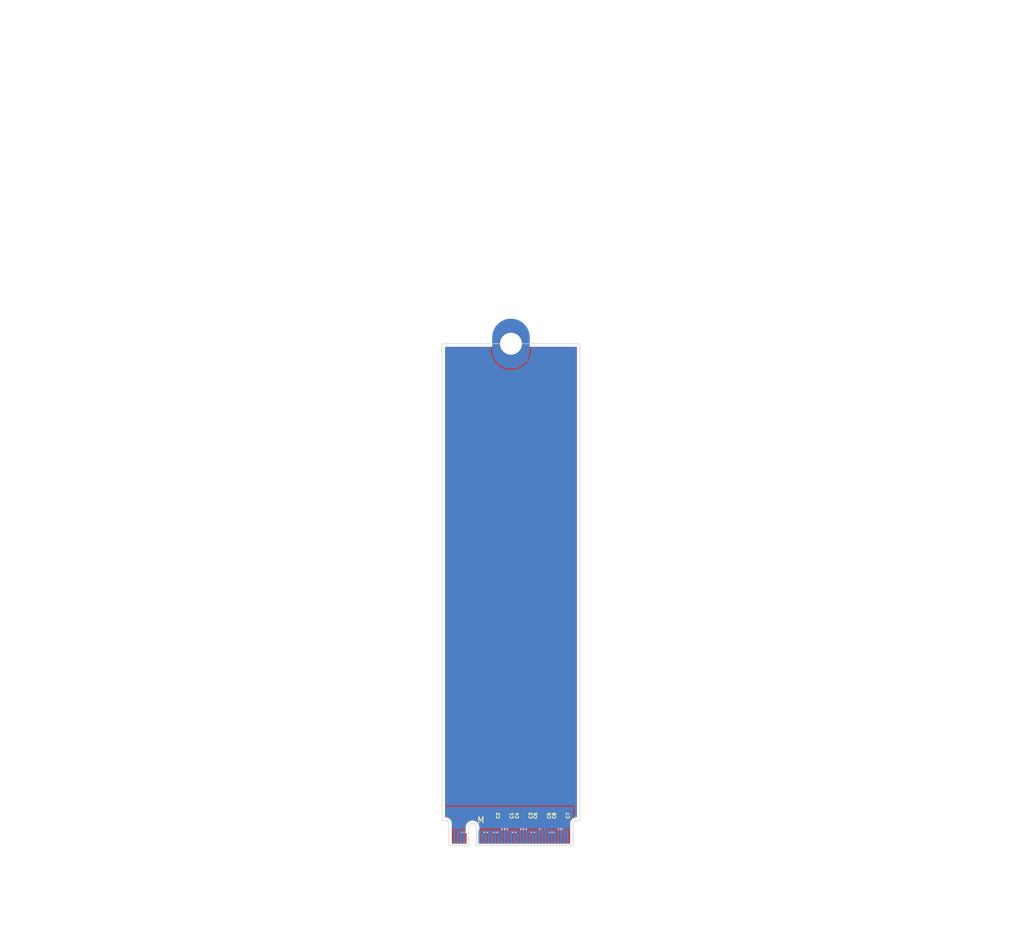
<source format=kicad_pcb>
(kicad_pcb (version 20241229) (generator "pcbnew") (generator_version "9.0")
  (layers (0 "F.Cu" signal) (2 "B.Cu" signal) (13 "F.Paste" user) (15 "B.Paste" user) (5 "F.SilkS" user "F.Silkscreen") (7 "B.SilkS" user "B.Silkscreen") (1 "F.Mask" user) (3 "B.Mask" user) (25 "Edge.Cuts" user))
  (net 0 "")
  (net 1 "/M.2 M Key/PET2P")
  (net 2 "/PET2+")
  (net 3 "/M.2 M Key/PET3P")
  (net 4 "/PET3+")
  (net 5 "/M.2 M Key/PET0N")
  (net 6 "/PET0-")
  (net 7 "/M.2 M Key/PET1N")
  (net 8 "/PET1-")
  (net 9 "/M.2 M Key/PET1P")
  (net 10 "/PET1+")
  (net 11 "/M.2 M Key/PET2N")
  (net 12 "/PET2-")
  (net 13 "/M.2 M Key/PET0P")
  (net 14 "/PET0+")
  (net 15 "/M.2 M Key/PET3N")
  (net 16 "/PET3-")
  (net 17 "GND")
  (net 18 "+3.3V")
  (net 21 "/LED1#")
  (net 22 "/PER3-")
  (net 23 "/PER3+")
  (net 26 "/PER2-")
  (net 28 "/PER2+")
  (net 34 "/PER1-")
  (net 36 "/PER1+")
  (net 37 "/DEVSLP")
  (net 42 "/PER0-")
  (net 44 "/PER0+")
  (net 45 "/PERST#")
  (net 46 "/CLKREQ#")
  (net 47 "/REFCLK-")
  (net 48 "/PEWAKE#")
  (net 49 "/REFCLK+")
  (net 53 "/SUSCLK")
  (net 54 "/PEDET")
  (footprint "PCIexpress:M.2 M Key Connector" (layer "F.Cu") (at 109.81 157.965)
    (property "Reference" "J1")
    (property "Value" "~")
    (fp_line (start -11 -2.89) (end -10.425 -2.89) (stroke (width 0.1)) (layer "Edge.Cuts"))
    (fp_line (start -9.925 -2.39) (end -9.925 1.11) (stroke (width 0.1)) (layer "Edge.Cuts"))
    (fp_line (start -6.725 -1.79) (end -6.725 1.11) (stroke (width 0.1)) (layer "Edge.Cuts"))
    (fp_line (start -6.725 1.11) (end -9.925 1.11) (stroke (width 0.1)) (layer "Edge.Cuts"))
    (fp_line (start -5.525 -1.79) (end -5.525 1.11) (stroke (width 0.1)) (layer "Edge.Cuts"))
    (fp_line (start -5.525 1.11) (end 9.925 1.11) (stroke (width 0.1)) (layer "Edge.Cuts"))
    (fp_line (start 9.925 -2.39) (end 9.925 1.11) (stroke (width 0.1)) (layer "Edge.Cuts"))
    (fp_line (start 10.425 -2.89) (end 11 -2.89) (stroke (width 0.1)) (layer "Edge.Cuts"))
    (fp_arc (start -10.425 -2.89) (mid -10.071447 -2.743553) (end -9.925 -2.39) (stroke (width 0.1)) (layer "Edge.Cuts"))
    (fp_arc (start -6.725 -1.79) (mid -6.125 -2.39) (end -5.525 -1.79) (stroke (width 0.1)) (layer "Edge.Cuts"))
    (fp_arc (start 9.925 -2.39) (mid 10.071447 -2.743553) (end 10.425 -2.89) (stroke (width 0.1)) (layer "Edge.Cuts"))
    (fp_text user "M" (at -5.475 -2.375 0) (layer "F.SilkS") (effects (justify left bottom)))
    (pad "1" smd rect (at 9.25 -0.04 180) (size 0.35 1.7) (layers "F.Cu") (net 17 "GND"))
    (pad "2" smd rect (at 9 -0.29 180) (size 0.35 2.2) (layers "B.Cu") (net 18 "+3.3V"))
    (pad "3" smd rect (at 8.75 -0.04 180) (size 0.35 1.7) (layers "F.Cu") (net 17 "GND"))
    (pad "4" smd rect (at 8.5 -0.29 180) (size 0.35 2.2) (layers "B.Cu") (net 18 "+3.3V"))
    (pad "5" smd rect (at 8.25 -0.04 180) (size 0.35 1.7) (layers "F.Cu") (net 15 "/M.2 M Key/PET3N"))
    (pad "6" smd rect (at 8 -0.29 180) (size 0.35 2.2) (layers "B.Cu"))
    (pad "7" smd rect (at 7.75 -0.04 180) (size 0.35 1.7) (layers "F.Cu") (net 3 "/M.2 M Key/PET3P"))
    (pad "8" smd rect (at 7.5 -0.29 180) (size 0.35 2.2) (layers "B.Cu"))
    (pad "9" smd rect (at 7.25 -0.04 180) (size 0.35 1.7) (layers "F.Cu") (net 17 "GND"))
    (pad "10" smd rect (at 7 -0.29 180) (size 0.35 2.2) (layers "B.Cu") (net 21 "/LED1#"))
    (pad "11" smd rect (at 6.75 -0.04 180) (size 0.35 1.7) (layers "F.Cu") (net 22 "/PER3-"))
    (pad "12" smd rect (at 6.5 -0.29 180) (size 0.35 2.2) (layers "B.Cu") (net 18 "+3.3V"))
    (pad "13" smd rect (at 6.25 -0.04 180) (size 0.35 1.7) (layers "F.Cu") (net 23 "/PER3+"))
    (pad "14" smd rect (at 6 -0.29 180) (size 0.35 2.2) (layers "B.Cu") (net 18 "+3.3V"))
    (pad "15" smd rect (at 5.75 -0.04 180) (size 0.35 1.7) (layers "F.Cu") (net 17 "GND"))
    (pad "16" smd rect (at 5.5 -0.29 180) (size 0.35 2.2) (layers "B.Cu") (net 18 "+3.3V"))
    (pad "17" smd rect (at 5.25 -0.04 180) (size 0.35 1.7) (layers "F.Cu") (net 11 "/M.2 M Key/PET2N"))
    (pad "18" smd rect (at 5 -0.29 180) (size 0.35 2.2) (layers "B.Cu") (net 18 "+3.3V"))
    (pad "19" smd rect (at 4.75 -0.04 180) (size 0.35 1.7) (layers "F.Cu") (net 1 "/M.2 M Key/PET2P"))
    (pad "20" smd rect (at 4.5 -0.29 180) (size 0.35 2.2) (layers "B.Cu"))
    (pad "21" smd rect (at 4.25 -0.04 180) (size 0.35 1.7) (layers "F.Cu") (net 17 "GND"))
    (pad "22" smd rect (at 4 -0.29 180) (size 0.35 2.2) (layers "B.Cu"))
    (pad "23" smd rect (at 3.75 -0.04 180) (size 0.35 1.7) (layers "F.Cu") (net 26 "/PER2-"))
    (pad "24" smd rect (at 3.5 -0.29 180) (size 0.35 2.2) (layers "B.Cu"))
    (pad "25" smd rect (at 3.25 -0.04 180) (size 0.35 1.7) (layers "F.Cu") (net 28 "/PER2+"))
    (pad "26" smd rect (at 3 -0.29 180) (size 0.35 2.2) (layers "B.Cu"))
    (pad "27" smd rect (at 2.75 -0.04 180) (size 0.35 1.7) (layers "F.Cu") (net 17 "GND"))
    (pad "28" smd rect (at 2.5 -0.29 180) (size 0.35 2.2) (layers "B.Cu"))
    (pad "29" smd rect (at 2.25 -0.04 180) (size 0.35 1.7) (layers "F.Cu") (net 7 "/M.2 M Key/PET1N"))
    (pad "30" smd rect (at 2 -0.29 180) (size 0.35 2.2) (layers "B.Cu"))
    (pad "31" smd rect (at 1.75 -0.04 180) (size 0.35 1.7) (layers "F.Cu") (net 9 "/M.2 M Key/PET1P"))
    (pad "32" smd rect (at 1.5 -0.29 180) (size 0.35 2.2) (layers "B.Cu"))
    (pad "33" smd rect (at 1.25 -0.04 180) (size 0.35 1.7) (layers "F.Cu") (net 17 "GND"))
    (pad "34" smd rect (at 1 -0.29 180) (size 0.35 2.2) (layers "B.Cu"))
    (pad "35" smd rect (at 0.75 -0.04 180) (size 0.35 1.7) (layers "F.Cu") (net 34 "/PER1-"))
    (pad "36" smd rect (at 0.5 -0.29 180) (size 0.35 2.2) (layers "B.Cu"))
    (pad "37" smd rect (at 0.25 -0.04 180) (size 0.35 1.7) (layers "F.Cu") (net 36 "/PER1+"))
    (pad "38" smd rect (at 0 -0.29 180) (size 0.35 2.2) (layers "B.Cu") (net 37 "/DEVSLP"))
    (pad "39" smd rect (at -0.25 -0.04 180) (size 0.35 1.7) (layers "F.Cu") (net 17 "GND"))
    (pad "40" smd rect (at -0.5 -0.29 180) (size 0.35 2.2) (layers "B.Cu"))
    (pad "41" smd rect (at -0.75 -0.04 180) (size 0.35 1.7) (layers "F.Cu") (net 5 "/M.2 M Key/PET0N"))
    (pad "42" smd rect (at -1 -0.29 180) (size 0.35 2.2) (layers "B.Cu"))
    (pad "43" smd rect (at -1.25 -0.04 180) (size 0.35 1.7) (layers "F.Cu") (net 13 "/M.2 M Key/PET0P"))
    (pad "44" smd rect (at -1.5 -0.29 180) (size 0.35 2.2) (layers "B.Cu"))
    (pad "45" smd rect (at -1.75 -0.04 180) (size 0.35 1.7) (layers "F.Cu") (net 17 "GND"))
    (pad "46" smd rect (at -2 -0.29 180) (size 0.35 2.2) (layers "B.Cu"))
    (pad "47" smd rect (at -2.25 -0.04 180) (size 0.35 1.7) (layers "F.Cu") (net 42 "/PER0-"))
    (pad "48" smd rect (at -2.5 -0.29 180) (size 0.35 2.2) (layers "B.Cu"))
    (pad "49" smd rect (at -2.75 -0.04 180) (size 0.35 1.7) (layers "F.Cu") (net 44 "/PER0+"))
    (pad "50" smd rect (at -3 -0.29 180) (size 0.35 2.2) (layers "B.Cu") (net 45 "/PERST#"))
    (pad "51" smd rect (at -3.25 -0.04 180) (size 0.35 1.7) (layers "F.Cu") (net 17 "GND"))
    (pad "52" smd rect (at -3.5 -0.29 180) (size 0.35 2.2) (layers "B.Cu") (net 46 "/CLKREQ#"))
    (pad "53" smd rect (at -3.75 -0.04 180) (size 0.35 1.7) (layers "F.Cu") (net 47 "/REFCLK-"))
    (pad "54" smd rect (at -4 -0.29 180) (size 0.35 2.2) (layers "B.Cu") (net 48 "/PEWAKE#"))
    (pad "55" smd rect (at -4.25 -0.04 180) (size 0.35 1.7) (layers "F.Cu") (net 49 "/REFCLK+"))
    (pad "56" smd rect (at -4.5 -0.29 180) (size 0.35 2.2) (layers "B.Cu"))
    (pad "57" smd rect (at -4.75 -0.04 180) (size 0.35 1.7) (layers "F.Cu") (net 17 "GND"))
    (pad "58" smd rect (at -5 -0.29 180) (size 0.35 2.2) (layers "B.Cu"))
    (pad "67" smd rect (at -7.25 -0.04 180) (size 0.35 1.7) (layers "F.Cu"))
    (pad "68" smd rect (at -7.5 -0.29 180) (size 0.35 2.2) (layers "B.Cu") (net 53 "/SUSCLK"))
    (pad "69" smd rect (at -7.75 -0.04 180) (size 0.35 1.7) (layers "F.Cu") (net 54 "/PEDET"))
    (pad "70" smd rect (at -8 -0.29 180) (size 0.35 2.2) (layers "B.Cu") (net 18 "+3.3V"))
    (pad "71" smd rect (at -8.25 -0.04 180) (size 0.35 1.7) (layers "F.Cu") (net 17 "GND"))
    (pad "72" smd rect (at -8.5 -0.29 180) (size 0.35 2.2) (layers "B.Cu") (net 18 "+3.3V"))
    (pad "73" smd rect (at -8.75 -0.04 180) (size 0.35 1.7) (layers "F.Cu") (net 17 "GND"))
    (pad "74" smd rect (at -9 -0.29 180) (size 0.35 2.2) (layers "B.Cu") (net 18 "+3.3V"))
    (pad "75" smd rect (at -9.25 -0.04 180) (size 0.35 1.7) (layers "F.Cu") (net 17 "GND"))
  )
  (footprint "Capacitor_SMD:C_0201_0603Metric" (layer "F.Cu") (at 114.46 154.315 90)
    (property "Reference" "C6" (at 0 -0.755 90) (layer "F.SilkS") (effects (font (size 0.5 0.5))))
    (property "Value" "220nF")
    (pad "1" smd roundrect (at -0.32 0 90) (size 0.46 0.4) (layers "F.Cu" "F.Mask") (net 1 "/M.2 M Key/PET2P"))
    (pad "2" smd roundrect (at 0.32 0 90) (size 0.46 0.4) (layers "F.Cu" "F.Mask") (net 2 "/PET2+"))
  )
  (footprint "Capacitor_SMD:C_0201_0603Metric" (layer "F.Cu") (at 115.16 154.315 90)
    (property "Reference" "C5" (at 0 0.74 90) (layer "F.SilkS") (effects (font (size 0.5 0.5))))
    (property "Value" "220nF")
    (pad "1" smd roundrect (at -0.32 0 90) (size 0.46 0.4) (layers "F.Cu" "F.Mask") (net 11 "/M.2 M Key/PET2N"))
    (pad "2" smd roundrect (at 0.32 0 90) (size 0.46 0.4) (layers "F.Cu" "F.Mask") (net 12 "/PET2-"))
  )
  (footprint "Capacitor_SMD:C_0201_0603Metric" (layer "F.Cu") (at 112.16 154.315 90)
    (property "Reference" "C3" (at 0 0.795 90) (layer "F.SilkS") (effects (font (size 0.5 0.5))))
    (property "Value" "220nF")
    (pad "1" smd roundrect (at -0.32 0 90) (size 0.46 0.4) (layers "F.Cu" "F.Mask") (net 7 "/M.2 M Key/PET1N"))
    (pad "2" smd roundrect (at 0.32 0 90) (size 0.46 0.4) (layers "F.Cu" "F.Mask") (net 8 "/PET1-"))
  )
  (footprint "Capacitor_SMD:C_0201_0603Metric" (layer "F.Cu") (at 111.46 154.315 90)
    (property "Reference" "C4" (at 0 -0.675 90) (layer "F.SilkS") (effects (font (size 0.5 0.5))))
    (property "Value" "220nF")
    (pad "1" smd roundrect (at -0.32 0 90) (size 0.46 0.4) (layers "F.Cu" "F.Mask") (net 9 "/M.2 M Key/PET1P"))
    (pad "2" smd roundrect (at 0.32 0 90) (size 0.46 0.4) (layers "F.Cu" "F.Mask") (net 10 "/PET1+"))
  )
  (footprint "Capacitor_SMD:C_0201_0603Metric" (layer "F.Cu") (at 117.46 154.315 90)
    (property "Reference" "C8" (at 0 -0.75 90) (layer "F.SilkS") (effects (font (size 0.5 0.5))))
    (property "Value" "220nF")
    (pad "1" smd roundrect (at -0.32 0 90) (size 0.46 0.4) (layers "F.Cu" "F.Mask") (net 3 "/M.2 M Key/PET3P"))
    (pad "2" smd roundrect (at 0.32 0 90) (size 0.46 0.4) (layers "F.Cu" "F.Mask") (net 4 "/PET3+"))
  )
  (footprint "PCIexpress:M.2 Mounting Pad" (layer "F.Cu") (at 109.81 129.075)
    (property "Reference" "H1")
    (property "Value" "MountingHole_Pad")
    (pad "1" thru_hole circle (at 0 -50) (size 5.5 5.5) (drill 3.5) (property pad_prop_castellated) (layers "*.Cu" "*.Mask") (net 17 "GND") (padstack (mode front_inner_back) (layer "Inner" (shape circle) (size 5.5 5.5)) (layer "B.Cu" (shape oval) (size 6 8))))
  )
  (footprint "Capacitor_SMD:C_0201_0603Metric" (layer "F.Cu") (at 118.16 154.315 90)
    (property "Reference" "C7" (at 0.005 0.735 90) (layer "F.SilkS") (effects (font (size 0.5 0.5))))
    (property "Value" "220nF")
    (pad "1" smd roundrect (at -0.32 0 90) (size 0.46 0.4) (layers "F.Cu" "F.Mask") (net 15 "/M.2 M Key/PET3N"))
    (pad "2" smd roundrect (at 0.32 0 90) (size 0.46 0.4) (layers "F.Cu" "F.Mask") (net 16 "/PET3-"))
  )
  (footprint "Capacitor_SMD:C_0201_0603Metric" (layer "F.Cu") (at 109.16 154.315 90)
    (property "Reference" "C1" (at 0 0.765 90) (layer "F.SilkS") (effects (font (size 0.5 0.5))))
    (property "Value" "220nF")
    (pad "1" smd roundrect (at -0.32 0 90) (size 0.46 0.4) (layers "F.Cu" "F.Mask") (net 5 "/M.2 M Key/PET0N"))
    (pad "2" smd roundrect (at 0.32 0 90) (size 0.46 0.4) (layers "F.Cu" "F.Mask") (net 6 "/PET0-"))
  )
  (footprint "Capacitor_SMD:C_0201_0603Metric" (layer "F.Cu") (at 108.46 154.315 90)
    (property "Reference" "C2" (at 0 -0.705 90) (layer "F.SilkS") (effects (font (size 0.5 0.5))))
    (property "Value" "220nF")
    (pad "1" smd roundrect (at -0.32 0 90) (size 0.46 0.4) (layers "F.Cu" "F.Mask") (net 13 "/M.2 M Key/PET0P"))
    (pad "2" smd roundrect (at 0.32 0 90) (size 0.46 0.4) (layers "F.Cu" "F.Mask") (net 14 "/PET0+"))
  )
  (gr_line (start 120.81 155.075) (end 120.81 79.075) (stroke (width 0.1)) (layer "Edge.Cuts"))
  (gr_line (start 120.81 79.075) (end 98.81 79.075) (stroke (width 0.1)) (layer "Edge.Cuts"))
  (gr_line (start 98.81 79.075) (end 98.81 155.075) (stroke (width 0.1)) (layer "Edge.Cuts"))
  (segment (start 114.56 157.925) (end 114.56 156.649999) (width 0.2) (layer "F.Cu") (net 1))
  (segment (start 114.585 155.105001) (end 114.46 154.980001) (width 0.2) (layer "F.Cu") (net 1))
  (segment (start 114.46 154.980001) (end 114.46 154.635) (width 0.2) (layer "F.Cu") (net 1))
  (segment (start 114.56 156.649999) (end 114.585 156.624999) (width 0.2) (layer "F.Cu") (net 1))
  (segment (start 114.585 156.624999) (end 114.585 155.105001) (width 0.2) (layer "F.Cu") (net 1))
  (segment (start 117.585 155.105001) (end 117.46 154.980001) (width 0.2) (layer "F.Cu") (net 3))
  (segment (start 117.56 156.649999) (end 117.585 156.624999) (width 0.2) (layer "F.Cu") (net 3))
  (segment (start 117.585 156.624999) (end 117.585 155.105001) (width 0.2) (layer "F.Cu") (net 3))
  (segment (start 117.56 157.925) (end 117.56 156.649999) (width 0.2) (layer "F.Cu") (net 3))
  (segment (start 117.46 154.980001) (end 117.46 154.635) (width 0.2) (layer "F.Cu") (net 3))
  (segment (start 109.035 155.105001) (end 109.16 154.980001) (width 0.2) (layer "F.Cu") (net 5))
  (segment (start 109.06 156.649999) (end 109.035 156.624999) (width 0.2) (layer "F.Cu") (net 5))
  (segment (start 109.06 157.925) (end 109.06 156.649999) (width 0.2) (layer "F.Cu") (net 5))
  (segment (start 109.035 156.624999) (end 109.035 155.105001) (width 0.2) (layer "F.Cu") (net 5))
  (segment (start 109.16 154.980001) (end 109.16 154.635) (width 0.2) (layer "F.Cu") (net 5))
  (segment (start 112.035 155.105001) (end 112.16 154.980001) (width 0.2) (layer "F.Cu") (net 7))
  (segment (start 112.06 156.649999) (end 112.035 156.624999) (width 0.2) (layer "F.Cu") (net 7))
  (segment (start 112.16 154.980001) (end 112.16 154.635) (width 0.2) (layer "F.Cu") (net 7))
  (segment (start 112.035 156.624999) (end 112.035 155.105001) (width 0.2) (layer "F.Cu") (net 7))
  (segment (start 112.06 157.925) (end 112.06 156.649999) (width 0.2) (layer "F.Cu") (net 7))
  (segment (start 111.46 154.980001) (end 111.46 154.635) (width 0.2) (layer "F.Cu") (net 9))
  (segment (start 111.585 155.105001) (end 111.46 154.980001) (width 0.2) (layer "F.Cu") (net 9))
  (segment (start 111.56 156.649999) (end 111.585 156.624999) (width 0.2) (layer "F.Cu") (net 9))
  (segment (start 111.56 157.925) (end 111.56 156.649999) (width 0.2) (layer "F.Cu") (net 9))
  (segment (start 111.585 156.624999) (end 111.585 155.105001) (width 0.2) (layer "F.Cu") (net 9))
  (segment (start 115.06 157.925) (end 115.06 156.649999) (width 0.2) (layer "F.Cu") (net 11))
  (segment (start 115.035 155.105001) (end 115.16 154.980001) (width 0.2) (layer "F.Cu") (net 11))
  (segment (start 115.06 156.649999) (end 115.035 156.624999) (width 0.2) (layer "F.Cu") (net 11))
  (segment (start 115.035 156.624999) (end 115.035 155.105001) (width 0.2) (layer "F.Cu") (net 11))
  (segment (start 115.16 154.980001) (end 115.16 154.635) (width 0.2) (layer "F.Cu") (net 11))
  (segment (start 108.56 156.649999) (end 108.585 156.624999) (width 0.2) (layer "F.Cu") (net 13))
  (segment (start 108.585 155.105001) (end 108.46 154.980001) (width 0.2) (layer "F.Cu") (net 13))
  (segment (start 108.585 156.624999) (end 108.585 155.105001) (width 0.2) (layer "F.Cu") (net 13))
  (segment (start 108.46 154.980001) (end 108.46 154.635) (width 0.2) (layer "F.Cu") (net 13))
  (segment (start 108.56 157.925) (end 108.56 156.649999) (width 0.2) (layer "F.Cu") (net 13))
  (segment (start 118.06 157.925) (end 118.06 156.649999) (width 0.2) (layer "F.Cu") (net 15))
  (segment (start 118.035 155.105001) (end 118.16 154.980001) (width 0.2) (layer "F.Cu") (net 15))
  (segment (start 118.06 156.649999) (end 118.035 156.624999) (width 0.2) (layer "F.Cu") (net 15))
  (segment (start 118.035 156.624999) (end 118.035 155.105001) (width 0.2) (layer "F.Cu") (net 15))
  (segment (start 118.16 154.980001) (end 118.16 154.635) (width 0.2) (layer "F.Cu") (net 15))
  (zone (net 17) (net_name "GND") (layers "F.Cu" "B.Cu") (connect_pads (clearance 0.2)) (min_thickness 0.15) (fill yes (thermal_gap 0.2) (thermal_bridge_width 0.35))
    (polygon (pts (xy 94.81 157.485) (xy 94.81 79.02) (xy 124.81 79.02) (xy 124.81 157.405)))
  )
  (zone (net 18) (net_name "+3.3V") (layer "B.Cu") (priority 1) (connect_pads (clearance 0.2)) (min_thickness 0.1) (fill yes (thermal_gap 0.2) (thermal_bridge_width 0.25))
    (polygon (pts (xy 119.735 157.27) (xy 119.735 152.905) (xy 119.72 152.89) (xy 99.265 152.89) (xy 99.265 157.52) (xy 119.485 157.52)))
  )
)
</source>
